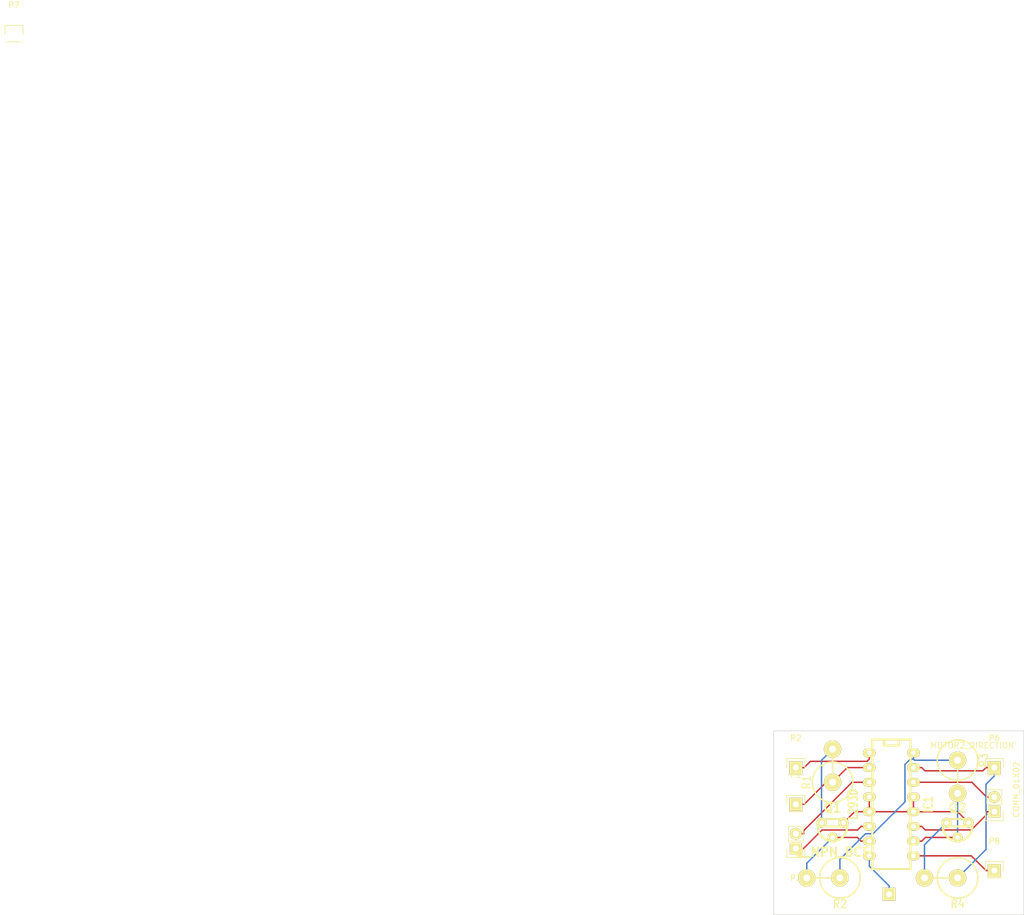
<source format=kicad_pcb>
(kicad_pcb (version 4) (host pcbnew 0.201504151001+5600~22~ubuntu14.04.1-product)

  (general
    (links 24)
    (no_connects 0)
    (area 129.489999 106.629999 172.770001 138.480001)
    (thickness 1.6)
    (drawings 4)
    (tracks 75)
    (zones 0)
    (modules 14)
    (nets 16)
  )

  (page A4)
  (layers
    (0 F.Cu signal)
    (31 B.Cu signal)
    (32 B.Adhes user)
    (33 F.Adhes user)
    (34 B.Paste user)
    (35 F.Paste user)
    (36 B.SilkS user)
    (37 F.SilkS user)
    (38 B.Mask user)
    (39 F.Mask user)
    (40 Dwgs.User user)
    (41 Cmts.User user)
    (42 Eco1.User user)
    (43 Eco2.User user)
    (44 Edge.Cuts user)
    (45 Margin user)
    (46 B.CrtYd user)
    (47 F.CrtYd user)
    (48 B.Fab user)
    (49 F.Fab user)
  )

  (setup
    (last_trace_width 0.25)
    (trace_clearance 0.2)
    (zone_clearance 0.508)
    (zone_45_only no)
    (trace_min 0.2)
    (segment_width 0.2)
    (edge_width 0.1)
    (via_size 0.6)
    (via_drill 0.4)
    (via_min_size 0.4)
    (via_min_drill 0.3)
    (uvia_size 0.3)
    (uvia_drill 0.1)
    (uvias_allowed no)
    (uvia_min_size 0.2)
    (uvia_min_drill 0.1)
    (pcb_text_width 0.3)
    (pcb_text_size 1.5 1.5)
    (mod_edge_width 0.15)
    (mod_text_size 1 1)
    (mod_text_width 0.15)
    (pad_size 1.5 1.5)
    (pad_drill 0.6)
    (pad_to_mask_clearance 0)
    (aux_axis_origin 0 0)
    (visible_elements 7FFFFFFF)
    (pcbplotparams
      (layerselection 0x00030_80000001)
      (usegerberextensions false)
      (excludeedgelayer true)
      (linewidth 0.100000)
      (plotframeref false)
      (viasonmask false)
      (mode 1)
      (useauxorigin false)
      (hpglpennumber 1)
      (hpglpenspeed 20)
      (hpglpendiameter 15)
      (hpglpenoverlay 2)
      (psnegative false)
      (psa4output false)
      (plotreference true)
      (plotvalue true)
      (plotinvisibletext false)
      (padsonsilk false)
      (subtractmaskfromsilk false)
      (outputformat 1)
      (mirror false)
      (drillshape 1)
      (scaleselection 1)
      (outputdirectory ""))
  )

  (net 0 "")
  (net 1 "Net-(IC1-Pad1)")
  (net 2 "Net-(IC1-Pad2)")
  (net 3 "Net-(IC1-Pad3)")
  (net 4 GND)
  (net 5 "Net-(IC1-Pad6)")
  (net 6 "Net-(IC1-Pad7)")
  (net 7 "Net-(IC1-Pad9)")
  (net 8 "Net-(IC1-Pad10)")
  (net 9 "Net-(IC1-Pad11)")
  (net 10 "Net-(IC1-Pad14)")
  (net 11 "Net-(IC1-Pad15)")
  (net 12 +5V)
  (net 13 "Net-(Q1-Pad1)")
  (net 14 "Net-(Q2-Pad1)")
  (net 15 VCC)

  (net_class Default "Questo è il gruppo di collegamenti predefinito"
    (clearance 0.2)
    (trace_width 0.25)
    (via_dia 0.6)
    (via_drill 0.4)
    (uvia_dia 0.3)
    (uvia_drill 0.1)
    (add_net +5V)
    (add_net GND)
    (add_net "Net-(IC1-Pad1)")
    (add_net "Net-(IC1-Pad10)")
    (add_net "Net-(IC1-Pad11)")
    (add_net "Net-(IC1-Pad14)")
    (add_net "Net-(IC1-Pad15)")
    (add_net "Net-(IC1-Pad2)")
    (add_net "Net-(IC1-Pad3)")
    (add_net "Net-(IC1-Pad6)")
    (add_net "Net-(IC1-Pad7)")
    (add_net "Net-(IC1-Pad9)")
    (add_net "Net-(Q1-Pad1)")
    (add_net "Net-(Q2-Pad1)")
    (add_net VCC)
  )

  (module w_pth_circuits:dil_16-300 (layer F.Cu) (tedit 0) (tstamp 55302DD0)
    (at 149.86 119.38 270)
    (descr "IC, DIL16 x 0,3\"")
    (tags DIL)
    (path /55302750)
    (fp_text reference IC1 (at 0 -6.35 270) (layer F.SilkS)
      (effects (font (size 1.524 1.143) (thickness 0.28702)))
    )
    (fp_text value L293D (at 0 6.604 270) (layer F.SilkS)
      (effects (font (size 1.524 1.143) (thickness 0.28702)))
    )
    (fp_line (start -10.16 -1.27) (end -10.16 1.27) (layer F.SilkS) (width 0.381))
    (fp_line (start 11.176 3.302) (end -11.176 3.302) (layer F.SilkS) (width 0.381))
    (fp_line (start -11.176 -3.302) (end 11.176 -3.302) (layer F.SilkS) (width 0.381))
    (fp_line (start -10.16 1.27) (end -11.176 1.27) (layer F.SilkS) (width 0.381))
    (fp_line (start -10.16 -1.27) (end -11.176 -1.27) (layer F.SilkS) (width 0.381))
    (fp_line (start 11.176 -3.302) (end 11.176 3.302) (layer F.SilkS) (width 0.381))
    (fp_line (start -11.176 3.302) (end -11.176 -3.302) (layer F.SilkS) (width 0.381))
    (pad 1 thru_hole oval (at -8.89 3.81 270) (size 1.50114 2.19964) (drill 0.8001) (layers *.Cu *.Mask F.SilkS)
      (net 1 "Net-(IC1-Pad1)"))
    (pad 2 thru_hole oval (at -6.35 3.81 270) (size 1.50114 2.19964) (drill 0.8001) (layers *.Cu *.Mask F.SilkS)
      (net 2 "Net-(IC1-Pad2)"))
    (pad 3 thru_hole oval (at -3.81 3.81 270) (size 1.50114 2.19964) (drill 0.8001) (layers *.Cu *.Mask F.SilkS)
      (net 3 "Net-(IC1-Pad3)"))
    (pad 4 thru_hole oval (at -1.27 3.81 270) (size 1.50114 2.19964) (drill 0.8001) (layers *.Cu *.Mask F.SilkS)
      (net 4 GND))
    (pad 5 thru_hole oval (at 1.27 3.81 270) (size 1.50114 2.19964) (drill 0.8001) (layers *.Cu *.Mask F.SilkS)
      (net 4 GND))
    (pad 6 thru_hole oval (at 3.81 3.81 270) (size 1.50114 2.19964) (drill 0.8001) (layers *.Cu *.Mask F.SilkS)
      (net 5 "Net-(IC1-Pad6)"))
    (pad 7 thru_hole oval (at 6.35 3.81 270) (size 1.50114 2.19964) (drill 0.8001) (layers *.Cu *.Mask F.SilkS)
      (net 6 "Net-(IC1-Pad7)"))
    (pad 8 thru_hole oval (at 8.89 3.81 270) (size 1.50114 2.19964) (drill 0.8001) (layers *.Cu *.Mask F.SilkS)
      (net 15 VCC))
    (pad 9 thru_hole oval (at 8.89 -3.81 270) (size 1.50114 2.19964) (drill 0.8001) (layers *.Cu *.Mask F.SilkS)
      (net 7 "Net-(IC1-Pad9)"))
    (pad 10 thru_hole oval (at 6.35 -3.81 270) (size 1.50114 2.19964) (drill 0.8001) (layers *.Cu *.Mask F.SilkS)
      (net 8 "Net-(IC1-Pad10)"))
    (pad 11 thru_hole oval (at 3.81 -3.81 270) (size 1.50114 2.19964) (drill 0.8001) (layers *.Cu *.Mask F.SilkS)
      (net 9 "Net-(IC1-Pad11)"))
    (pad 12 thru_hole oval (at 1.27 -3.81 270) (size 1.50114 2.19964) (drill 0.8001) (layers *.Cu *.Mask F.SilkS)
      (net 4 GND))
    (pad 13 thru_hole oval (at -1.27 -3.81 270) (size 1.50114 2.19964) (drill 0.8001) (layers *.Cu *.Mask F.SilkS)
      (net 4 GND))
    (pad 14 thru_hole oval (at -3.81 -3.81 270) (size 1.50114 2.19964) (drill 0.8001) (layers *.Cu *.Mask F.SilkS)
      (net 10 "Net-(IC1-Pad14)"))
    (pad 15 thru_hole oval (at -6.35 -3.81 270) (size 1.50114 2.19964) (drill 0.8001) (layers *.Cu *.Mask F.SilkS)
      (net 11 "Net-(IC1-Pad15)"))
    (pad 16 thru_hole oval (at -8.89 -3.81 270) (size 1.50114 2.19964) (drill 0.8001) (layers *.Cu *.Mask F.SilkS)
      (net 12 +5V))
    (model walter/pth_circuits/dil_16-300.wrl
      (at (xyz 0 0 0))
      (scale (xyz 1 1 1))
      (rotate (xyz 0 0 0))
    )
  )

  (module Pin_Headers:Pin_Header_Straight_1x01 (layer F.Cu) (tedit 54EA08DC) (tstamp 55302DD5)
    (at 133.35 119.38)
    (descr "Through hole pin header")
    (tags "pin header")
    (path /553037A1)
    (fp_text reference P1 (at 0 -5.1) (layer F.SilkS)
      (effects (font (size 1 1) (thickness 0.15)))
    )
    (fp_text value MOTOR1_DIRECTION (at 0 -3.1) (layer F.Fab)
      (effects (font (size 1 1) (thickness 0.15)))
    )
    (fp_line (start 1.55 -1.55) (end 1.55 0) (layer F.SilkS) (width 0.15))
    (fp_line (start -1.75 -1.75) (end -1.75 1.75) (layer F.CrtYd) (width 0.05))
    (fp_line (start 1.75 -1.75) (end 1.75 1.75) (layer F.CrtYd) (width 0.05))
    (fp_line (start -1.75 -1.75) (end 1.75 -1.75) (layer F.CrtYd) (width 0.05))
    (fp_line (start -1.75 1.75) (end 1.75 1.75) (layer F.CrtYd) (width 0.05))
    (fp_line (start -1.55 0) (end -1.55 -1.55) (layer F.SilkS) (width 0.15))
    (fp_line (start -1.55 -1.55) (end 1.55 -1.55) (layer F.SilkS) (width 0.15))
    (fp_line (start -1.27 1.27) (end 1.27 1.27) (layer F.SilkS) (width 0.15))
    (pad 1 thru_hole rect (at 0 0) (size 2.2352 2.2352) (drill 1.016) (layers *.Cu *.Mask F.SilkS)
      (net 2 "Net-(IC1-Pad2)"))
    (model Pin_Headers.3dshapes/Pin_Header_Straight_1x01.wrl
      (at (xyz 0 0 0))
      (scale (xyz 1 1 1))
      (rotate (xyz 0 0 90))
    )
  )

  (module Pin_Headers:Pin_Header_Straight_1x01 (layer F.Cu) (tedit 54EA08DC) (tstamp 55302DDA)
    (at 133.35 113.03)
    (descr "Through hole pin header")
    (tags "pin header")
    (path /55302BA5)
    (fp_text reference P2 (at 0 -5.1) (layer F.SilkS)
      (effects (font (size 1 1) (thickness 0.15)))
    )
    (fp_text value MOTOR1_ENABLE (at 0 -3.1) (layer F.Fab)
      (effects (font (size 1 1) (thickness 0.15)))
    )
    (fp_line (start 1.55 -1.55) (end 1.55 0) (layer F.SilkS) (width 0.15))
    (fp_line (start -1.75 -1.75) (end -1.75 1.75) (layer F.CrtYd) (width 0.05))
    (fp_line (start 1.75 -1.75) (end 1.75 1.75) (layer F.CrtYd) (width 0.05))
    (fp_line (start -1.75 -1.75) (end 1.75 -1.75) (layer F.CrtYd) (width 0.05))
    (fp_line (start -1.75 1.75) (end 1.75 1.75) (layer F.CrtYd) (width 0.05))
    (fp_line (start -1.55 0) (end -1.55 -1.55) (layer F.SilkS) (width 0.15))
    (fp_line (start -1.55 -1.55) (end 1.55 -1.55) (layer F.SilkS) (width 0.15))
    (fp_line (start -1.27 1.27) (end 1.27 1.27) (layer F.SilkS) (width 0.15))
    (pad 1 thru_hole rect (at 0 0) (size 2.2352 2.2352) (drill 1.016) (layers *.Cu *.Mask F.SilkS)
      (net 1 "Net-(IC1-Pad1)"))
    (model Pin_Headers.3dshapes/Pin_Header_Straight_1x01.wrl
      (at (xyz 0 0 0))
      (scale (xyz 1 1 1))
      (rotate (xyz 0 0 90))
    )
  )

  (module Pin_Headers:Pin_Header_Straight_1x02 (layer F.Cu) (tedit 54EA090C) (tstamp 55302DE0)
    (at 133.35 127 180)
    (descr "Through hole pin header")
    (tags "pin header")
    (path /55302837)
    (fp_text reference P3 (at 0 -5.1 180) (layer F.SilkS)
      (effects (font (size 1 1) (thickness 0.15)))
    )
    (fp_text value CONN_01X02 (at 0 -3.1 180) (layer F.Fab)
      (effects (font (size 1 1) (thickness 0.15)))
    )
    (fp_line (start 1.27 1.27) (end 1.27 3.81) (layer F.SilkS) (width 0.15))
    (fp_line (start 1.55 -1.55) (end 1.55 0) (layer F.SilkS) (width 0.15))
    (fp_line (start -1.75 -1.75) (end -1.75 4.3) (layer F.CrtYd) (width 0.05))
    (fp_line (start 1.75 -1.75) (end 1.75 4.3) (layer F.CrtYd) (width 0.05))
    (fp_line (start -1.75 -1.75) (end 1.75 -1.75) (layer F.CrtYd) (width 0.05))
    (fp_line (start -1.75 4.3) (end 1.75 4.3) (layer F.CrtYd) (width 0.05))
    (fp_line (start 1.27 1.27) (end -1.27 1.27) (layer F.SilkS) (width 0.15))
    (fp_line (start -1.55 0) (end -1.55 -1.55) (layer F.SilkS) (width 0.15))
    (fp_line (start -1.55 -1.55) (end 1.55 -1.55) (layer F.SilkS) (width 0.15))
    (fp_line (start -1.27 1.27) (end -1.27 3.81) (layer F.SilkS) (width 0.15))
    (fp_line (start -1.27 3.81) (end 1.27 3.81) (layer F.SilkS) (width 0.15))
    (pad 1 thru_hole rect (at 0 0 180) (size 2.032 2.032) (drill 1.016) (layers *.Cu *.Mask F.SilkS)
      (net 5 "Net-(IC1-Pad6)"))
    (pad 2 thru_hole oval (at 0 2.54 180) (size 2.032 2.032) (drill 1.016) (layers *.Cu *.Mask F.SilkS)
      (net 3 "Net-(IC1-Pad3)"))
    (model Pin_Headers.3dshapes/Pin_Header_Straight_1x02.wrl
      (at (xyz 0 -0.05 0))
      (scale (xyz 1 1 1))
      (rotate (xyz 0 0 90))
    )
  )

  (module Pin_Headers:Pin_Header_Straight_1x01 (layer F.Cu) (tedit 55302ED9) (tstamp 55302DE5)
    (at 167.64 130.81)
    (descr "Through hole pin header")
    (tags "pin header")
    (path /55302B50)
    (fp_text reference P4 (at 0 -5.1) (layer F.SilkS)
      (effects (font (size 1 1) (thickness 0.15)))
    )
    (fp_text value MOTOR2_ENABLE (at -2.54 6.35) (layer F.Fab)
      (effects (font (size 1 1) (thickness 0.15)))
    )
    (fp_line (start 1.55 -1.55) (end 1.55 0) (layer F.SilkS) (width 0.15))
    (fp_line (start -1.75 -1.75) (end -1.75 1.75) (layer F.CrtYd) (width 0.05))
    (fp_line (start 1.75 -1.75) (end 1.75 1.75) (layer F.CrtYd) (width 0.05))
    (fp_line (start -1.75 -1.75) (end 1.75 -1.75) (layer F.CrtYd) (width 0.05))
    (fp_line (start -1.75 1.75) (end 1.75 1.75) (layer F.CrtYd) (width 0.05))
    (fp_line (start -1.55 0) (end -1.55 -1.55) (layer F.SilkS) (width 0.15))
    (fp_line (start -1.55 -1.55) (end 1.55 -1.55) (layer F.SilkS) (width 0.15))
    (fp_line (start -1.27 1.27) (end 1.27 1.27) (layer F.SilkS) (width 0.15))
    (pad 1 thru_hole rect (at 0 0) (size 2.2352 2.2352) (drill 1.016) (layers *.Cu *.Mask F.SilkS)
      (net 7 "Net-(IC1-Pad9)"))
    (model Pin_Headers.3dshapes/Pin_Header_Straight_1x01.wrl
      (at (xyz 0 0 0))
      (scale (xyz 1 1 1))
      (rotate (xyz 0 0 90))
    )
  )

  (module Pin_Headers:Pin_Header_Straight_1x02 (layer F.Cu) (tedit 55302EFB) (tstamp 55302DEB)
    (at 167.64 120.65 180)
    (descr "Through hole pin header")
    (tags "pin header")
    (path /553042CC)
    (fp_text reference P5 (at 0 -5.1 180) (layer F.SilkS)
      (effects (font (size 1 1) (thickness 0.15)))
    )
    (fp_text value CONN_01X02 (at -3.81 3.81 270) (layer F.SilkS)
      (effects (font (size 1 1) (thickness 0.15)))
    )
    (fp_line (start 1.27 1.27) (end 1.27 3.81) (layer F.SilkS) (width 0.15))
    (fp_line (start 1.55 -1.55) (end 1.55 0) (layer F.SilkS) (width 0.15))
    (fp_line (start -1.75 -1.75) (end -1.75 4.3) (layer F.CrtYd) (width 0.05))
    (fp_line (start 1.75 -1.75) (end 1.75 4.3) (layer F.CrtYd) (width 0.05))
    (fp_line (start -1.75 -1.75) (end 1.75 -1.75) (layer F.CrtYd) (width 0.05))
    (fp_line (start -1.75 4.3) (end 1.75 4.3) (layer F.CrtYd) (width 0.05))
    (fp_line (start 1.27 1.27) (end -1.27 1.27) (layer F.SilkS) (width 0.15))
    (fp_line (start -1.55 0) (end -1.55 -1.55) (layer F.SilkS) (width 0.15))
    (fp_line (start -1.55 -1.55) (end 1.55 -1.55) (layer F.SilkS) (width 0.15))
    (fp_line (start -1.27 1.27) (end -1.27 3.81) (layer F.SilkS) (width 0.15))
    (fp_line (start -1.27 3.81) (end 1.27 3.81) (layer F.SilkS) (width 0.15))
    (pad 1 thru_hole rect (at 0 0 180) (size 2.032 2.032) (drill 1.016) (layers *.Cu *.Mask F.SilkS)
      (net 9 "Net-(IC1-Pad11)"))
    (pad 2 thru_hole oval (at 0 2.54 180) (size 2.032 2.032) (drill 1.016) (layers *.Cu *.Mask F.SilkS)
      (net 10 "Net-(IC1-Pad14)"))
    (model Pin_Headers.3dshapes/Pin_Header_Straight_1x02.wrl
      (at (xyz 0 -0.05 0))
      (scale (xyz 1 1 1))
      (rotate (xyz 0 0 90))
    )
  )

  (module Pin_Headers:Pin_Header_Straight_1x01 (layer F.Cu) (tedit 55302F19) (tstamp 55302DF0)
    (at 167.64 113.03)
    (descr "Through hole pin header")
    (tags "pin header")
    (path /553042FF)
    (fp_text reference P6 (at 0 -5.1) (layer F.SilkS)
      (effects (font (size 1 1) (thickness 0.15)))
    )
    (fp_text value MOTOR2_DIRECTION (at -3.81 -3.81) (layer F.SilkS)
      (effects (font (size 1 1) (thickness 0.15)))
    )
    (fp_line (start 1.55 -1.55) (end 1.55 0) (layer F.SilkS) (width 0.15))
    (fp_line (start -1.75 -1.75) (end -1.75 1.75) (layer F.CrtYd) (width 0.05))
    (fp_line (start 1.75 -1.75) (end 1.75 1.75) (layer F.CrtYd) (width 0.05))
    (fp_line (start -1.75 -1.75) (end 1.75 -1.75) (layer F.CrtYd) (width 0.05))
    (fp_line (start -1.75 1.75) (end 1.75 1.75) (layer F.CrtYd) (width 0.05))
    (fp_line (start -1.55 0) (end -1.55 -1.55) (layer F.SilkS) (width 0.15))
    (fp_line (start -1.55 -1.55) (end 1.55 -1.55) (layer F.SilkS) (width 0.15))
    (fp_line (start -1.27 1.27) (end 1.27 1.27) (layer F.SilkS) (width 0.15))
    (pad 1 thru_hole rect (at 0 0) (size 2.2352 2.2352) (drill 1.016) (layers *.Cu *.Mask F.SilkS)
      (net 11 "Net-(IC1-Pad15)"))
    (model Pin_Headers.3dshapes/Pin_Header_Straight_1x01.wrl
      (at (xyz 0 0 0))
      (scale (xyz 1 1 1))
      (rotate (xyz 0 0 90))
    )
  )

  (module w_to:to92_3 (layer F.Cu) (tedit 0) (tstamp 55302DF7)
    (at 139.7 123.19 180)
    (descr TO92)
    (path /55302C9A)
    (fp_text reference Q1 (at 0 3.175 180) (layer F.SilkS)
      (effects (font (thickness 0.3048)))
    )
    (fp_text value Q_NPN_BCE (at 0 -4.445 180) (layer F.SilkS)
      (effects (font (thickness 0.3048)))
    )
    (fp_line (start 2.54 0) (end -2.54 0) (layer F.SilkS) (width 0.381))
    (fp_line (start 2.54 0) (end 1.905 1.27) (layer F.SilkS) (width 0.381))
    (fp_line (start 1.905 1.27) (end -1.905 1.27) (layer F.SilkS) (width 0.381))
    (fp_line (start -1.905 1.27) (end -2.54 0) (layer F.SilkS) (width 0.381))
    (fp_arc (start 0 0) (end 0 -2.54) (angle 90) (layer F.SilkS) (width 0.381))
    (fp_arc (start 0 0) (end -2.54 0) (angle 90) (layer F.SilkS) (width 0.381))
    (pad 1 thru_hole circle (at 1.905 0.635 180) (size 1.75006 1.75006) (drill 0.8001) (layers *.Cu *.Mask F.SilkS)
      (net 13 "Net-(Q1-Pad1)"))
    (pad 2 thru_hole circle (at 0 -1.905 180) (size 1.75006 1.75006) (drill 0.8001) (layers *.Cu *.Mask F.SilkS)
      (net 6 "Net-(IC1-Pad7)"))
    (pad 3 thru_hole circle (at -1.905 0.635 180) (size 1.75006 1.75006) (drill 0.8001) (layers *.Cu *.Mask F.SilkS)
      (net 4 GND))
    (model walter/to/to92_3.wrl
      (at (xyz 0 0 0))
      (scale (xyz 1 1 1))
      (rotate (xyz 0 0 0))
    )
  )

  (module w_to:to92_3 (layer F.Cu) (tedit 55302F2D) (tstamp 55302DFE)
    (at 161.29 123.19 180)
    (descr TO92)
    (path /553042DD)
    (fp_text reference Q2 (at 0 3.175 180) (layer F.SilkS)
      (effects (font (thickness 0.3048)))
    )
    (fp_text value Q_NPN_BCE (at 0 -4.445 180) (layer F.SilkS) hide
      (effects (font (thickness 0.3048)))
    )
    (fp_line (start 2.54 0) (end -2.54 0) (layer F.SilkS) (width 0.381))
    (fp_line (start 2.54 0) (end 1.905 1.27) (layer F.SilkS) (width 0.381))
    (fp_line (start 1.905 1.27) (end -1.905 1.27) (layer F.SilkS) (width 0.381))
    (fp_line (start -1.905 1.27) (end -2.54 0) (layer F.SilkS) (width 0.381))
    (fp_arc (start 0 0) (end 0 -2.54) (angle 90) (layer F.SilkS) (width 0.381))
    (fp_arc (start 0 0) (end -2.54 0) (angle 90) (layer F.SilkS) (width 0.381))
    (pad 1 thru_hole circle (at 1.905 0.635 180) (size 1.75006 1.75006) (drill 0.8001) (layers *.Cu *.Mask F.SilkS)
      (net 14 "Net-(Q2-Pad1)"))
    (pad 2 thru_hole circle (at 0 -1.905 180) (size 1.75006 1.75006) (drill 0.8001) (layers *.Cu *.Mask F.SilkS)
      (net 8 "Net-(IC1-Pad10)"))
    (pad 3 thru_hole circle (at -1.905 0.635 180) (size 1.75006 1.75006) (drill 0.8001) (layers *.Cu *.Mask F.SilkS)
      (net 4 GND))
    (model walter/to/to92_3.wrl
      (at (xyz 0 0 0))
      (scale (xyz 1 1 1))
      (rotate (xyz 0 0 0))
    )
  )

  (module w_pth_resistors:R15.5x6_vert (layer F.Cu) (tedit 0) (tstamp 55302E04)
    (at 139.7 115.57 90)
    (descr "Resistor, 15.5x6 mm, vertical")
    (tags R)
    (path /553036E0)
    (autoplace_cost180 10)
    (fp_text reference R1 (at 0 -4.50088 90) (layer F.SilkS)
      (effects (font (size 1.397 1.27) (thickness 0.2032)))
    )
    (fp_text value R (at 0 4.89966 90) (layer F.SilkS) hide
      (effects (font (size 1.397 1.27) (thickness 0.2032)))
    )
    (fp_line (start 0 0) (end 5.69976 0) (layer F.SilkS) (width 0.254))
    (fp_circle (center 0 0) (end -3.50012 0) (layer F.SilkS) (width 0.254))
    (pad 1 thru_hole circle (at 0 0 90) (size 2.9972 2.9972) (drill 1.19888) (layers *.Cu *.Mask F.SilkS)
      (net 2 "Net-(IC1-Pad2)"))
    (pad 2 thru_hole circle (at 5.715 0 90) (size 2.9972 2.9972) (drill 1.19888) (layers *.Cu *.Mask F.SilkS)
      (net 13 "Net-(Q1-Pad1)"))
    (model walter/pth_resistors/r15.5x6vert.wrl
      (at (xyz 0 0 0))
      (scale (xyz 1 1 1))
      (rotate (xyz 0 0 0))
    )
  )

  (module w_pth_resistors:R15.5x6_vert (layer F.Cu) (tedit 0) (tstamp 55302E0A)
    (at 140.97 132.08 180)
    (descr "Resistor, 15.5x6 mm, vertical")
    (tags R)
    (path /55302E30)
    (autoplace_cost180 10)
    (fp_text reference R2 (at 0 -4.50088 180) (layer F.SilkS)
      (effects (font (size 1.397 1.27) (thickness 0.2032)))
    )
    (fp_text value R (at 0 4.89966 180) (layer F.SilkS) hide
      (effects (font (size 1.397 1.27) (thickness 0.2032)))
    )
    (fp_line (start 0 0) (end 5.69976 0) (layer F.SilkS) (width 0.254))
    (fp_circle (center 0 0) (end -3.50012 0) (layer F.SilkS) (width 0.254))
    (pad 1 thru_hole circle (at 0 0 180) (size 2.9972 2.9972) (drill 1.19888) (layers *.Cu *.Mask F.SilkS)
      (net 12 +5V))
    (pad 2 thru_hole circle (at 5.715 0 180) (size 2.9972 2.9972) (drill 1.19888) (layers *.Cu *.Mask F.SilkS)
      (net 6 "Net-(IC1-Pad7)"))
    (model walter/pth_resistors/r15.5x6vert.wrl
      (at (xyz 0 0 0))
      (scale (xyz 1 1 1))
      (rotate (xyz 0 0 0))
    )
  )

  (module w_pth_resistors:R15.5x6_vert (layer F.Cu) (tedit 0) (tstamp 55302E10)
    (at 161.29 111.76 270)
    (descr "Resistor, 15.5x6 mm, vertical")
    (tags R)
    (path /553042EB)
    (autoplace_cost180 10)
    (fp_text reference R3 (at 0 -4.50088 270) (layer F.SilkS)
      (effects (font (size 1.397 1.27) (thickness 0.2032)))
    )
    (fp_text value R (at 0 4.89966 270) (layer F.SilkS) hide
      (effects (font (size 1.397 1.27) (thickness 0.2032)))
    )
    (fp_line (start 0 0) (end 5.69976 0) (layer F.SilkS) (width 0.254))
    (fp_circle (center 0 0) (end -3.50012 0) (layer F.SilkS) (width 0.254))
    (pad 1 thru_hole circle (at 0 0 270) (size 2.9972 2.9972) (drill 1.19888) (layers *.Cu *.Mask F.SilkS)
      (net 12 +5V))
    (pad 2 thru_hole circle (at 5.715 0 270) (size 2.9972 2.9972) (drill 1.19888) (layers *.Cu *.Mask F.SilkS)
      (net 8 "Net-(IC1-Pad10)"))
    (model walter/pth_resistors/r15.5x6vert.wrl
      (at (xyz 0 0 0))
      (scale (xyz 1 1 1))
      (rotate (xyz 0 0 0))
    )
  )

  (module w_pth_resistors:R15.5x6_vert (layer F.Cu) (tedit 0) (tstamp 55302E16)
    (at 161.29 132.08 180)
    (descr "Resistor, 15.5x6 mm, vertical")
    (tags R)
    (path /553042F5)
    (autoplace_cost180 10)
    (fp_text reference R4 (at 0 -4.50088 180) (layer F.SilkS)
      (effects (font (size 1.397 1.27) (thickness 0.2032)))
    )
    (fp_text value R (at 0 4.89966 180) (layer F.SilkS) hide
      (effects (font (size 1.397 1.27) (thickness 0.2032)))
    )
    (fp_line (start 0 0) (end 5.69976 0) (layer F.SilkS) (width 0.254))
    (fp_circle (center 0 0) (end -3.50012 0) (layer F.SilkS) (width 0.254))
    (pad 1 thru_hole circle (at 0 0 180) (size 2.9972 2.9972) (drill 1.19888) (layers *.Cu *.Mask F.SilkS)
      (net 11 "Net-(IC1-Pad15)"))
    (pad 2 thru_hole circle (at 5.715 0 180) (size 2.9972 2.9972) (drill 1.19888) (layers *.Cu *.Mask F.SilkS)
      (net 14 "Net-(Q2-Pad1)"))
    (model walter/pth_resistors/r15.5x6vert.wrl
      (at (xyz 0 0 0))
      (scale (xyz 1 1 1))
      (rotate (xyz 0 0 0))
    )
  )

  (module Pin_Headers:Pin_Header_Straight_1x01 (layer F.Cu) (tedit 553033BC) (tstamp 5530339A)
    (at -1.6639 -13.5754)
    (descr "Through hole pin header")
    (tags "pin header")
    (path /55306F67)
    (fp_text reference P7 (at 0 -5.1) (layer F.SilkS)
      (effects (font (size 1 1) (thickness 0.15)))
    )
    (fp_text value V_MOT (at 0 -3.1) (layer F.Fab)
      (effects (font (size 1 1) (thickness 0.15)))
    )
    (fp_line (start 1.55 -1.55) (end 1.55 0) (layer F.SilkS) (width 0.15))
    (fp_line (start -1.75 -1.75) (end -1.75 1.75) (layer F.CrtYd) (width 0.05))
    (fp_line (start 1.75 -1.75) (end 1.75 1.75) (layer F.CrtYd) (width 0.05))
    (fp_line (start -1.75 -1.75) (end 1.75 -1.75) (layer F.CrtYd) (width 0.05))
    (fp_line (start -1.75 1.75) (end 1.75 1.75) (layer F.CrtYd) (width 0.05))
    (fp_line (start -1.55 0) (end -1.55 -1.55) (layer F.SilkS) (width 0.15))
    (fp_line (start -1.55 -1.55) (end 1.55 -1.55) (layer F.SilkS) (width 0.15))
    (fp_line (start -1.27 1.27) (end 1.27 1.27) (layer F.SilkS) (width 0.15))
    (pad 1 thru_hole rect (at 151.13 148.480001) (size 2.2352 2.2352) (drill 1.016) (layers *.Cu *.Mask F.SilkS)
      (net 15 VCC))
    (model Pin_Headers.3dshapes/Pin_Header_Straight_1x01.wrl
      (at (xyz 0 0 0))
      (scale (xyz 1 1 1))
      (rotate (xyz 0 0 90))
    )
  )

  (gr_line (start 129.54 138.43) (end 129.54 106.68) (angle 90) (layer Edge.Cuts) (width 0.1))
  (gr_line (start 172.72 138.43) (end 129.54 138.43) (angle 90) (layer Edge.Cuts) (width 0.1))
  (gr_line (start 172.72 106.68) (end 172.72 138.43) (angle 90) (layer Edge.Cuts) (width 0.1))
  (gr_line (start 129.54 106.68) (end 172.72 106.68) (angle 90) (layer Edge.Cuts) (width 0.1))

  (segment (start 145.6619 111.954) (end 146.05 111.5659) (width 0.25) (layer F.Cu) (net 1))
  (segment (start 135.8689 111.954) (end 145.6619 111.954) (width 0.25) (layer F.Cu) (net 1))
  (segment (start 134.7929 113.03) (end 135.8689 111.954) (width 0.25) (layer F.Cu) (net 1))
  (segment (start 133.35 113.03) (end 134.7929 113.03) (width 0.25) (layer F.Cu) (net 1))
  (segment (start 146.05 110.49) (end 146.05 111.5659) (width 0.25) (layer F.Cu) (net 1))
  (segment (start 133.35 119.38) (end 134.7929 119.38) (width 0.25) (layer F.Cu) (net 2))
  (segment (start 142.24 113.03) (end 139.7 115.57) (width 0.25) (layer F.Cu) (net 2))
  (segment (start 146.05 113.03) (end 142.24 113.03) (width 0.25) (layer F.Cu) (net 2))
  (segment (start 138.6029 115.57) (end 134.7929 119.38) (width 0.25) (layer F.Cu) (net 2))
  (segment (start 139.7 115.57) (end 138.6029 115.57) (width 0.25) (layer F.Cu) (net 2))
  (segment (start 143.0622 115.57) (end 146.05 115.57) (width 0.25) (layer F.Cu) (net 3))
  (segment (start 134.6913 123.9409) (end 143.0622 115.57) (width 0.25) (layer F.Cu) (net 3))
  (segment (start 134.6913 124.46) (end 134.6913 123.9409) (width 0.25) (layer F.Cu) (net 3))
  (segment (start 133.35 124.46) (end 134.6913 124.46) (width 0.25) (layer F.Cu) (net 3))
  (segment (start 143.51 120.65) (end 141.605 122.555) (width 0.25) (layer F.Cu) (net 4))
  (segment (start 146.05 120.65) (end 143.51 120.65) (width 0.25) (layer F.Cu) (net 4))
  (segment (start 161.29 120.65) (end 153.67 120.65) (width 0.25) (layer F.Cu) (net 4))
  (segment (start 163.195 122.555) (end 161.29 120.65) (width 0.25) (layer F.Cu) (net 4))
  (segment (start 146.05 118.11) (end 146.05 119.1859) (width 0.25) (layer F.Cu) (net 4))
  (segment (start 146.05 120.65) (end 146.05 119.1859) (width 0.25) (layer F.Cu) (net 4))
  (segment (start 153.67 118.11) (end 153.67 119.1859) (width 0.25) (layer F.Cu) (net 4))
  (segment (start 146.05 120.65) (end 153.67 120.65) (width 0.25) (layer F.Cu) (net 4))
  (segment (start 153.67 120.65) (end 153.67 119.1859) (width 0.25) (layer F.Cu) (net 4))
  (segment (start 144.0093 123.8055) (end 144.6248 123.19) (width 0.25) (layer F.Cu) (net 5))
  (segment (start 137.8858 123.8055) (end 144.0093 123.8055) (width 0.25) (layer F.Cu) (net 5))
  (segment (start 134.6913 127) (end 137.8858 123.8055) (width 0.25) (layer F.Cu) (net 5))
  (segment (start 133.35 127) (end 134.6913 127) (width 0.25) (layer F.Cu) (net 5))
  (segment (start 146.05 123.19) (end 144.6248 123.19) (width 0.25) (layer F.Cu) (net 5))
  (segment (start 135.255 129.54) (end 139.7 125.095) (width 0.25) (layer B.Cu) (net 6))
  (segment (start 135.255 132.08) (end 135.255 129.54) (width 0.25) (layer B.Cu) (net 6))
  (segment (start 143.9898 125.095) (end 144.6248 125.73) (width 0.25) (layer F.Cu) (net 6))
  (segment (start 139.7 125.095) (end 143.9898 125.095) (width 0.25) (layer F.Cu) (net 6))
  (segment (start 146.05 125.73) (end 144.6248 125.73) (width 0.25) (layer F.Cu) (net 6))
  (segment (start 163.6571 128.27) (end 153.67 128.27) (width 0.25) (layer F.Cu) (net 7))
  (segment (start 166.1971 130.81) (end 163.6571 128.27) (width 0.25) (layer F.Cu) (net 7))
  (segment (start 167.64 130.81) (end 166.1971 130.81) (width 0.25) (layer F.Cu) (net 7))
  (segment (start 161.29 117.475) (end 161.29 125.095) (width 0.25) (layer B.Cu) (net 8))
  (segment (start 155.7302 125.095) (end 155.0952 125.73) (width 0.25) (layer F.Cu) (net 8))
  (segment (start 161.29 125.095) (end 155.7302 125.095) (width 0.25) (layer F.Cu) (net 8))
  (segment (start 153.67 125.73) (end 155.0952 125.73) (width 0.25) (layer F.Cu) (net 8))
  (segment (start 155.7037 123.7985) (end 155.0952 123.19) (width 0.25) (layer F.Cu) (net 9))
  (segment (start 163.6532 123.7985) (end 155.7037 123.7985) (width 0.25) (layer F.Cu) (net 9))
  (segment (start 166.2987 121.153) (end 163.6532 123.7985) (width 0.25) (layer F.Cu) (net 9))
  (segment (start 166.2987 120.65) (end 166.2987 121.153) (width 0.25) (layer F.Cu) (net 9))
  (segment (start 167.64 120.65) (end 166.2987 120.65) (width 0.25) (layer F.Cu) (net 9))
  (segment (start 153.67 123.19) (end 155.0952 123.19) (width 0.25) (layer F.Cu) (net 9))
  (segment (start 163.7587 115.57) (end 153.67 115.57) (width 0.25) (layer F.Cu) (net 10))
  (segment (start 166.2987 118.11) (end 163.7587 115.57) (width 0.25) (layer F.Cu) (net 10))
  (segment (start 167.64 118.11) (end 166.2987 118.11) (width 0.25) (layer F.Cu) (net 10))
  (segment (start 166.1971 115.9158) (end 167.64 114.4729) (width 0.25) (layer B.Cu) (net 11))
  (segment (start 166.1971 127.1729) (end 166.1971 115.9158) (width 0.25) (layer B.Cu) (net 11))
  (segment (start 161.29 132.08) (end 166.1971 127.1729) (width 0.25) (layer B.Cu) (net 11))
  (segment (start 167.64 113.03) (end 167.64 114.4729) (width 0.25) (layer B.Cu) (net 11))
  (segment (start 155.6555 113.5903) (end 155.0952 113.03) (width 0.25) (layer F.Cu) (net 11))
  (segment (start 165.6368 113.5903) (end 155.6555 113.5903) (width 0.25) (layer F.Cu) (net 11))
  (segment (start 166.1971 113.03) (end 165.6368 113.5903) (width 0.25) (layer F.Cu) (net 11))
  (segment (start 167.64 113.03) (end 166.1971 113.03) (width 0.25) (layer F.Cu) (net 11))
  (segment (start 153.67 113.03) (end 155.0952 113.03) (width 0.25) (layer F.Cu) (net 11))
  (segment (start 153.1321 111.5659) (end 153.67 111.5659) (width 0.25) (layer B.Cu) (net 12))
  (segment (start 152.206 112.492) (end 153.1321 111.5659) (width 0.25) (layer B.Cu) (net 12))
  (segment (start 152.206 118.9455) (end 152.206 112.492) (width 0.25) (layer B.Cu) (net 12))
  (segment (start 146.6915 124.46) (end 152.206 118.9455) (width 0.25) (layer B.Cu) (net 12))
  (segment (start 145.3853 124.46) (end 146.6915 124.46) (width 0.25) (layer B.Cu) (net 12))
  (segment (start 140.97 128.8753) (end 145.3853 124.46) (width 0.25) (layer B.Cu) (net 12))
  (segment (start 140.97 132.08) (end 140.97 128.8753) (width 0.25) (layer B.Cu) (net 12))
  (segment (start 153.67 110.49) (end 153.67 111.5659) (width 0.25) (layer B.Cu) (net 12))
  (segment (start 153.8641 111.76) (end 153.67 111.5659) (width 0.25) (layer B.Cu) (net 12))
  (segment (start 161.29 111.76) (end 153.8641 111.76) (width 0.25) (layer B.Cu) (net 12))
  (segment (start 137.795 111.76) (end 137.795 122.555) (width 0.25) (layer B.Cu) (net 13))
  (segment (start 139.7 109.855) (end 137.795 111.76) (width 0.25) (layer B.Cu) (net 13))
  (segment (start 155.575 126.365) (end 159.385 122.555) (width 0.25) (layer B.Cu) (net 14))
  (segment (start 155.575 132.08) (end 155.575 126.365) (width 0.25) (layer B.Cu) (net 14))
  (segment (start 146.05 130.0456) (end 146.05 128.27) (width 0.25) (layer B.Cu) (net 15))
  (segment (start 149.4661 133.4617) (end 146.05 130.0456) (width 0.25) (layer B.Cu) (net 15))
  (segment (start 149.4661 134.9046) (end 149.4661 133.4617) (width 0.25) (layer B.Cu) (net 15))

)

</source>
